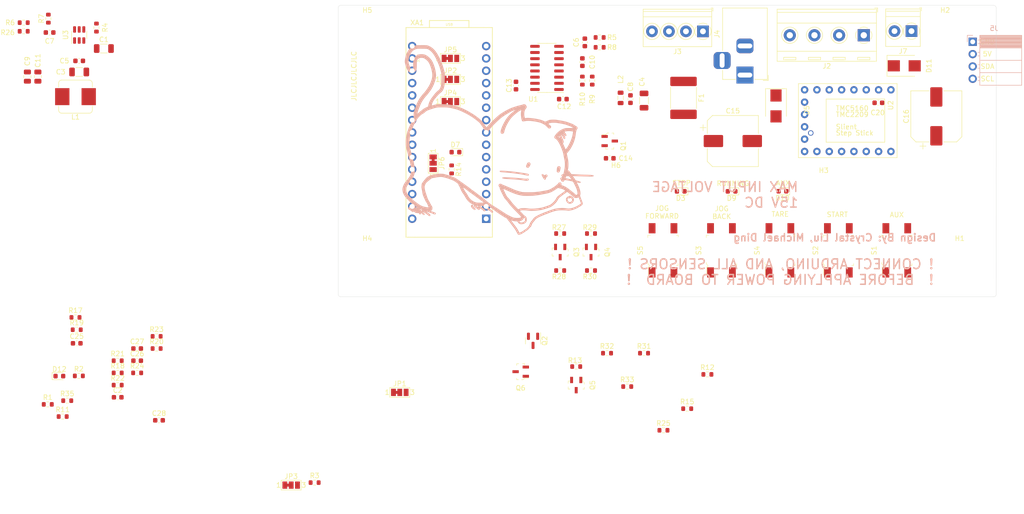
<source format=kicad_pcb>
(kicad_pcb (version 20211014) (generator pcbnew)
  (layers (0 "F.Cu" signal) (1 "In1.Cu" mixed) (2 "In2.Cu" mixed) (31 "B.Cu" signal) (34 "B.Paste" user) (35 "F.Paste" user) (36 "B.SilkS" user "B.Silkscreen") (37 "F.SilkS" user "F.Silkscreen") (38 "B.Mask" user) (39 "F.Mask" user) (44 "Edge.Cuts" user))
  (net 0 "")
  (net 1 "GND")
  (net 2 "Net-(C4-Pad1)")
  (net 3 "Net-(C6-Pad2)")
  (net 4 "Net-(C6-Pad1)")
  (net 5 "Net-(C7-Pad2)")
  (net 6 "Net-(C7-Pad1)")
  (net 7 "+5V")
  (net 8 "Net-(C10-Pad1)")
  (net 9 "Net-(C25-Pad1)")
  (net 10 "Net-(C26-Pad1)")
  (net 11 "Net-(C27-Pad1)")
  (net 12 "Net-(C28-Pad1)")
  (net 13 "/VIN_SENSE")
  (net 14 "Net-(D7-Pad2)")
  (net 15 "/SERVO_ENN")
  (net 16 "+12V")
  (net 17 "/TMC_SlientStepStick/OA1")
  (net 18 "/TMC_SlientStepStick/OA2")
  (net 19 "/TMC_SlientStepStick/OB1")
  (net 20 "/TMC_SlientStepStick/OB2")
  (net 21 "Net-(J3-Pad3)")
  (net 22 "Net-(J3-Pad2)")
  (net 23 "/LCD_SDA")
  (net 24 "/LCD_SCL")
  (net 25 "Net-(L2-Pad1)")
  (net 26 "Net-(Q1-Pad1)")
  (net 27 "/SERVO_ENN_ARDUINO")
  (net 28 "Net-(R1-Pad2)")
  (net 29 "Net-(R4-Pad2)")
  (net 30 "Net-(R10-Pad1)")
  (net 31 "/SERVO_UART_TX")
  (net 32 "/SERVO_UART_RX")
  (net 33 "/SERVO_DIAG")
  (net 34 "/BT0")
  (net 35 "/BT2")
  (net 36 "/BT1")
  (net 37 "/BT3")
  (net 38 "/LED0")
  (net 39 "/LED1")
  (net 40 "/LC_DT")
  (net 41 "/LC_SCK")
  (net 42 "/SERVO_DIR")
  (net 43 "/SERVO_STEP")
  (net 44 "Net-(C2-Pad1)")
  (net 45 "/BT4")
  (net 46 "Net-(D3-Pad2)")
  (net 47 "Net-(D9-Pad1)")
  (net 48 "Net-(D10-Pad1)")
  (net 49 "Net-(Q3-Pad3)")
  (net 50 "Net-(Q4-Pad3)")
  (net 51 "Net-(D12-Pad1)")
  (net 52 "Net-(R26-Pad2)")
  (net 53 "Net-(F1-Pad1)")
  (net 54 "Net-(J7-Pad1)")
  (net 55 "Net-(JP1-Pad1)")
  (net 56 "Net-(Q2-Pad3)")
  (net 57 "/TMC_SDI")
  (net 58 "/TMC_STEP")
  (net 59 "/TMC_SCK")
  (net 60 "Net-(JP3-Pad1)")
  (net 61 "/TMC_CS")
  (net 62 "/TMC_DIR")
  (net 63 "/TMC_SDO")
  (net 64 "Net-(JP6-Pad2)")
  (net 65 "/SERVO_INDEX")
  (net 66 "Net-(Q6-Pad1)")
  (net 73 "Net-(Q5-Pad2)")
  (footprint "TerminalBlock_RND:TerminalBlock_RND_205-00289_1x04_P5.08mm_Horizontal" (layer "F.Cu") (at 108.25 6.15 180)
    (fp_text reference "J2" (at 7.62 -6.36) (layer "F.SilkS"))
    (fp_text value "Stepper")
    (pad "1" thru_hole rect locked (at 0 0 180) (size 2.5 2.5) (drill 1.3) (layers *.Cu *.Mask) (net 18 "/TMC_SlientStepStick/OA2"))
    (pad "2" thru_hole circle locked (at 5.08 0 180) (size 2.5 2.5) (drill 1.3) (layers *.Cu *.Mask) (net 17 "/TMC_SlientStepStick/OA1"))
    (pad "3" thru_hole circle locked (at 10.16 0 180) (size 2.5 2.5) (drill 1.3) (layers *.Cu *.Mask) (net 19 "/TMC_SlientStepStick/OB1"))
    (pad "4" thru_hole circle locked (at 15.24 0 180) (size 2.5 2.5) (drill 1.3) (layers *.Cu *.Mask) (net 20 "/TMC_SlientStepStick/OB2"))
  )
  (footprint "Capacitor_SMD:C_0805_2012Metric" (layer "F.Cu") (at -61.8495 14.666 90)
    (fp_text reference "C11" (at 3.302 0 90) (layer "F.SilkS"))
    (fp_text value "22u")
    (pad "1" smd roundrect (at -0.95 0 90) (size 1 1.45) (layers "F.Cu" "F.Paste" "F.Mask") (net 7 "+5V"))
    (pad "2" smd roundrect (at 0.95 0 90) (size 1 1.45) (layers "F.Cu" "F.Paste" "F.Mask") (net 1 "GND"))
  )
  (footprint "Resistor_SMD:R_0603_1608Metric" (layer "F.Cu") (at -59.812 82.172)
    (fp_text reference "R1" (at 0 -1.43) (layer "F.SilkS"))
    (fp_text value "10K")
    (pad "1" smd roundrect (at -0.825 0) (size 0.8 0.95) (layers "F.Cu" "F.Paste" "F.Mask") (net 13 "/VIN_SENSE"))
    (pad "2" smd roundrect (at 0.825 0) (size 0.8 0.95) (layers "F.Cu" "F.Paste" "F.Mask") (net 28 "Net-(R1-Pad2)"))
  )
  (footprint "Resistor_SMD:R_0603_1608Metric" (layer "F.Cu") (at 62.992 71.628)
    (fp_text reference "R31" (at 0 -1.43) (layer "F.SilkS"))
    (fp_text value "10K")
    (pad "1" smd roundrect (at -0.825 0) (size 0.8 0.95) (layers "F.Cu" "F.Paste" "F.Mask") (net 7 "+5V"))
    (pad "2" smd roundrect (at 0.825 0) (size 0.8 0.95) (layers "F.Cu" "F.Paste" "F.Mask") (net 44 "Net-(C2-Pad1)"))
  )
  (footprint "Resistor_SMD:R_0603_1608Metric" (layer "F.Cu") (at 55.372 71.628)
    (fp_text reference "R32" (at 0 -1.43) (layer "F.SilkS"))
    (fp_text value "100R")
    (pad "1" smd roundrect (at -0.825 0) (size 0.8 0.95) (layers "F.Cu" "F.Paste" "F.Mask") (net 45 "/BT4"))
    (pad "2" smd roundrect (at 0.825 0) (size 0.8 0.95) (layers "F.Cu" "F.Paste" "F.Mask") (net 44 "Net-(C2-Pad1)"))
  )
  (footprint "Jumper:SolderJumper-3_P1.3mm_Bridged12_Pad1.0x1.5mm_NumberLabels" (layer "F.Cu") (at 19.558 32.512 -90)
    (fp_text reference "JP6" (at 0 -1.8 90) (layer "F.SilkS"))
    (fp_text value "Jumper_3_Bridged12")
    (fp_text user "1" (at -2.6 0 90) (layer "F.SilkS"))
    (fp_text user "3" (at 2.6 0 90) (layer "F.SilkS"))
    (fp_poly (pts (xy -0.9 -0.3) (xy -0.4 -0.3) (xy -0.4 0.3) (xy -0.9 0.3)) (layer "F.Cu") (width 0) (fill solid))
    (pad "1" smd rect (at -1.3 0 270) (size 1 1.5) (layers "F.Cu" "F.Mask") (net 33 "/SERVO_DIAG"))
    (pad "2" smd rect (at 0 0 270) (size 1 1.5) (layers "F.Cu" "F.Mask") (net 64 "Net-(JP6-Pad2)"))
    (pad "3" smd rect (at 1.3 0 270) (size 1 1.5) (layers "F.Cu" "F.Mask") (net 65 "/SERVO_INDEX"))
  )
  (footprint "Jumper:SolderJumper-3_P1.3mm_Bridged12_Pad1.0x1.5mm_NumberLabels" (layer "F.Cu") (at -9.682 98.806)
    (fp_text reference "JP3" (at 0 -1.8) (layer "F.SilkS"))
    (fp_text value "Jumper_3_Bridged12")
    (fp_text user "3" (at 2.6 0) (layer "F.SilkS"))
    (fp_text user "1" (at -2.6 0) (layer "F.SilkS"))
    (fp_poly (pts (xy -0.9 -0.3) (xy -0.4 -0.3) (xy -0.4 0.3) (xy -0.9 0.3)) (layer "F.Cu") (width 0) (fill solid))
    (pad "1" smd rect (at -1.3 0) (size 1 1.5) (layers "F.Cu" "F.Mask") (net 60 "Net-(JP3-Pad1)"))
    (pad "2" smd rect (at 0 0) (size 1 1.5) (layers "F.Cu" "F.Mask") (net 31 "/SERVO_UART_TX"))
    (pad "3" smd rect (at 1.3 0) (size 1 1.5) (layers "F.Cu" "F.Mask") (net 61 "/TMC_CS"))
  )
  (footprint "Capacitor_SMD:C_0603_1608Metric" (layer "F.Cu") (at -41.402 73.182)
    (fp_text reference "C26" (at 0 -1.43) (layer "F.SilkS"))
    (fp_text value "100n")
    (pad "1" smd roundrect (at -0.775 0) (size 0.9 0.95) (layers "F.Cu" "F.Paste" "F.Mask") (net 10 "Net-(C26-Pad1)"))
    (pad "2" smd roundrect (at 0.775 0) (size 0.9 0.95) (layers "F.Cu" "F.Paste" "F.Mask") (net 1 "GND"))
  )
  (footprint "Capacitor_SMD:C_0603_1608Metric" (layer "F.Cu") (at -36.902 85.456)
    (fp_text reference "C28" (at 0 -1.43) (layer "F.SilkS"))
    (fp_text value "100n")
    (pad "1" smd roundrect (at -0.775 0) (size 0.9 0.95) (layers "F.Cu" "F.Paste" "F.Mask") (net 12 "Net-(C28-Pad1)"))
    (pad "2" smd roundrect (at 0.775 0) (size 0.9 0.95) (layers "F.Cu" "F.Paste" "F.Mask") (net 1 "GND"))
  )
  (footprint "Capacitor_SMD:C_0603_1608Metric" (layer "F.Cu") (at -53.848 69.596)
    (fp_text reference "C25" (at 0 -1.43) (layer "F.SilkS"))
    (fp_text value "100n")
    (pad "1" smd roundrect (at -0.775 0) (size 0.9 0.95) (layers "F.Cu" "F.Paste" "F.Mask") (net 9 "Net-(C25-Pad1)"))
    (pad "2" smd roundrect (at 0.775 0) (size 0.9 0.95) (layers "F.Cu" "F.Paste" "F.Mask") (net 1 "GND"))
  )
  (footprint "Package_TO_SOT_SMD:SOT-23" (layer "F.Cu") (at 40.132 69.088 -90)
    (fp_text reference "Q2" (at 0 -2.4 90) (layer "F.SilkS"))
    (fp_text value "Q_PMOS_GSD")
    (pad "1" smd roundrect (at -0.9375 -0.95 270) (size 1.475 0.6) (layers "F.Cu" "F.Paste" "F.Mask") (net 15 "/SERVO_ENN"))
    (pad "2" smd roundrect (at -0.9375 0.95 270) (size 1.475 0.6) (layers "F.Cu" "F.Paste" "F.Mask") (net 7 "+5V"))
    (pad "3" smd roundrect (at 0.9375 0 270) (size 1.475 0.6) (layers "F.Cu" "F.Paste" "F.Mask") (net 56 "Net-(Q2-Pad3)"))
  )
  (footprint "Jumper:SolderJumper-3_P1.3mm_Bridged12_Pad1.0x1.5mm_NumberLabels" (layer "F.Cu") (at 23.114 19.812)
    (fp_text reference "JP4" (at 0 -1.8) (layer "F.SilkS"))
    (fp_text value "Jumper_3_Bridged12")
    (fp_text user "3" (at 2.6 0) (layer "F.SilkS"))
    (fp_text user "1" (at -2.6 0) (layer "F.SilkS"))
    (fp_poly (pts (xy -0.9 -0.3) (xy -0.4 -0.3) (xy -0.4 0.3) (xy -0.9 0.3)) (layer "F.Cu") (width 0) (fill solid))
    (pad "1" smd rect (at -1.3 0) (size 1 1.5) (layers "F.Cu" "F.Mask") (net 62 "/TMC_DIR"))
    (pad "2" smd rect (at 0 0) (size 1 1.5) (layers "F.Cu" "F.Mask") (net 42 "/SERVO_DIR"))
    (pad "3" smd rect (at 1.3 0) (size 1 1.5) (layers "F.Cu" "F.Mask") (net 63 "/TMC_SDO"))
  )
  (footprint "Capacitor_SMD:C_0603_1608Metric" (layer "F.Cu") (at 60.198 19.304 -90)
    (fp_text reference "C8" (at -2.54 0 90) (layer "F.SilkS"))
    (fp_text value "100n")
    (pad "1" smd roundrect (at -0.775 0 270) (size 0.9 0.95) (layers "F.Cu" "F.Paste" "F.Mask") (net 2 "Net-(C4-Pad1)"))
    (pad "2" smd roundrect (at 0.775 0 270) (size 0.9 0.95) (layers "F.Cu" "F.Paste" "F.Mask") (net 1 "GND"))
  )
  (footprint "Resistor_SMD:R_0603_1608Metric" (layer "F.Cu") (at -53.412 76.312)
    (fp_text reference "R2" (at 0 -1.43) (layer "F.SilkS"))
    (fp_text value "300K")
    (pad "1" smd roundrect (at -0.825 0) (size 0.8 0.95) (layers "F.Cu" "F.Paste" "F.Mask") (net 28 "Net-(R1-Pad2)"))
    (pad "2" smd roundrect (at 0.825 0) (size 0.8 0.95) (layers "F.Cu" "F.Paste" "F.Mask") (net 16 "+12V"))
  )
  (footprint "Capacitor_SMD:C_1206_3216Metric" (layer "F.Cu") (at -48.26 8.89)
    (fp_text reference "C1" (at 0 -1.85) (layer "F.SilkS"))
    (fp_text value "10u")
    (pad "1" smd roundrect (at -1.475 0) (size 1.15 1.8) (layers "F.Cu" "F.Paste" "F.Mask") (roundrect_rratio 0.217391) (net 16 "+12V"))
    (pad "2" smd roundrect (at 1.475 0) (size 1.15 1.8) (layers "F.Cu" "F.Paste" "F.Mask") (roundrect_rratio 0.217391) (net 1 "GND"))
  )
  (footprint "Capacitor_SMD:C_0603_1608Metric" (layer "F.Cu") (at -45.412 80.712)
    (fp_text reference "C2" (at 0 -1.43) (layer "F.SilkS"))
    (fp_text value "100n")
    (pad "1" smd roundrect (at -0.775 0) (size 0.9 0.95) (layers "F.Cu" "F.Paste" "F.Mask") (net 44 "Net-(C2-Pad1)"))
    (pad "2" smd roundrect (at 0.775 0) (size 0.9 0.95) (layers "F.Cu" "F.Paste" "F.Mask") (net 1 "GND"))
  )
  (footprint "Inductor_SMD:L_Bourns_SRP7028A_7.3x6.6mm" (layer "F.Cu") (at -54.102 18.796 180)
    (fp_text reference "L1" (at 0 -4.2) (layer "F.SilkS"))
    (fp_text value "3.3uH")
    (pad "1" smd rect (at -2.725 0 180) (size 2.95 3.5) (layers "F.Cu" "F.Paste" "F.Mask") (net 6 "Net-(C7-Pad1)"))
    (pad "2" smd rect (at 2.725 0 180) (size 2.95 3.5) (layers "F.Cu" "F.Paste" "F.Mask") (net 7 "+5V"))
  )
  (footprint "TerminalBlock_Phoenix:TerminalBlock_Phoenix_PT-1,5-4-3.5-H_1x04_P3.50mm_Horizontal" (layer "F.Cu") (at 75.125 5.35 180)
    (fp_text reference "J3" (at 5.25 -4.16) (layer "F.SilkS"))
    (fp_text value "LoadCell")
    (pad "1" thru_hole rect locked (at 0 0 180) (size 2.4 2.4) (drill 1.2) (layers *.Cu *.Mask) (net 1 "GND"))
    (pad "2" thru_hole circle locked (at 3.5 0 180) (size 2.4 2.4) (drill 1.2) (layers *.Cu *.Mask) (net 22 "Net-(J3-Pad2)"))
    (pad "3" thru_hole circle locked (at 7 0 180) (size 2.4 2.4) (drill 1.2) (layers *.Cu *.Mask) (net 21 "Net-(J3-Pad3)"))
    (pad "4" thru_hole circle locked (at 10.5 0 180) (size 2.4 2.4) (drill 1.2) (layers *.Cu *.Mask) (net 2 "Net-(C4-Pad1)"))
  )
  (footprint "Resistor_SMD:R_0603_1608Metric" (layer "F.Cu") (at -64.77 5.334)
    (fp_text reference "R26" (at -3.302 0.254) (layer "F.SilkS"))
    (fp_text value "110K")
    (pad "1" smd roundrect (at -0.825 0) (size 0.8 0.95) (layers "F.Cu" "F.Paste" "F.Mask") (net 7 "+5V"))
    (pad "2" smd roundrect (at 0.825 0) (size 0.8 0.95) (layers "F.Cu" "F.Paste" "F.Mask") (net 52 "Net-(R26-Pad2)"))
  )
  (footprint "Resistor_SMD:R_0603_1608Metric" (layer "F.Cu") (at -37.392 68.162)
    (fp_text reference "R23" (at 0 -1.43) (layer "F.SilkS"))
    (fp_text value "100R")
    (pad "1" smd roundrect (at -0.825 0) (size 0.8 0.95) (layers "F.Cu" "F.Paste" "F.Mask") (net 36 "/BT1"))
    (pad "2" smd roundrect (at 0.825 0) (size 0.8 0.95) (layers "F.Cu" "F.Paste" "F.Mask") (net 11 "Net-(C27-Pad1)"))
  )
  (footprint "LED_SMD:LED_0603_1608Metric" (layer "F.Cu") (at -57.422 76.352)
    (fp_text reference "D12" (at 0 -1.43) (layer "F.SilkS"))
    (fp_text value "YEL")
    (pad "1" smd roundrect (at -0.7875 0) (size 0.875 0.95) (layers "F.Cu" "F.Paste" "F.Mask") (net 51 "Net-(D12-Pad1)"))
    (pad "2" smd roundrect (at 0.7875 0) (size 0.875 0.95) (layers "F.Cu" "F.Paste" "F.Mask") (net 7 "+5V"))
  )
  (footprint "MountingHole:MountingHole_4mm" (layer "F.Cu") (at 100 39)
    (fp_text reference "H3" (at 0 -5) (layer "F.SilkS"))
    (fp_text value "MountingHole")
    (pad "" np_thru_hole circle locked (at 0 0) (size 4 4) (drill 4) (layers *.Cu *.Mask))
  )
  (footprint "digikey-footprints:SOT-23-3" (layer "F.Cu") (at 37.592 75.438 180)
    (fp_text reference "Q6" (at 0.025 -3.375) (layer "F.SilkS"))
    (fp_text value "2N7002")
    (pad "1" smd rect locked (at -1.05 -0.95 180) (size 1.3 0.6) (layers "F.Cu" "F.Paste" "F.Mask") (net 66 "Net-(Q6-Pad1)"))
    (pad "2" smd rect locked (at -1.05 0.95 180) (size 1.3 0.6) (layers "F.Cu" "F.Paste" "F.Mask") (net 1 "GND"))
    (pad "3" smd rect locked (at 1.05 0 180) (size 1.3 0.6) (layers "F.Cu" "F.Paste" "F.Mask") (net 73 "Net-(Q5-Pad2)"))
  )
  (footprint "LED_SMD:LED_0603_1608Metric" (layer "F.Cu") (at 24.1555 30.226 180)
    (fp_text reference "D7" (at 0.0255 1.524) (layer "F.SilkS"))
    (fp_text value "RED")
    (pad "1" smd roundrect (at -0.7875 0 180) (size 0.875 0.95) (layers "F.Cu" "F.Paste" "F.Mask") (net 1 "GND"))
    (pad "2" smd roundrect (at 0.7875 0 180) (size 0.875 0.95) (layers "F.Cu" "F.Paste" "F.Mask") (net 14 "Net-(D7-Pad2)"))
  )
  (footprint "digikey-footprints:SOT-23-3" (layer "F.Cu") (at 52.07 50.8 -90)
    (fp_text reference "Q4" (at 0.025 -3.375 90) (layer "F.SilkS"))
    (fp_text value "2N7002")
    (pad "1" smd rect locked (at -1.05 -0.95 270) (size 1.3 0.6) (layers "F.Cu" "F.Paste" "F.Mask") (net 39 "/LED1"))
    (pad "2" smd rect locked (at -1.05 0.95 270) (size 1.3 0.6) (layers "F.Cu" "F.Paste" "F.Mask") (net 1 "GND"))
    (pad "3" smd rect locked (at 1.05 0 270) (size 1.3 0.6) (layers "F.Cu" "F.Paste" "F.Mask") (net 50 "Net-(Q4-Pad3)"))
  )
  (footprint "digikey-footprints:Switch_Tactile_SMD_6x6mm" (layer "F.Cu") (at 66.9 50.45 90)
    (fp_text reference "S5" (at -0.03 -4.69 90) (layer "F.SilkS"))
    (fp_text value "B3F-1000")
    (pad "1" smd rect locked (at -4.55 -2.25) (size 1.4 2.1) (layers "F.Cu" "F.Paste" "F.Mask"))
    (pad "2" smd rect locked (at 4.55 -2.25) (size 1.4 2.1) (layers "F.Cu" "F.Paste" "F.Mask") (net 1 "GND"))
    (pad "3" smd rect locked (at -4.55 2.25) (size 1.4 2.1) (layers "F.Cu" "F.Paste" "F.Mask") (net 12 "Net-(C28-Pad1)"))
    (pad "4" smd rect locked (at 4.55 2.25) (size 1.4 2.1) (layers "F.Cu" "F.Paste" "F.Mask"))
  )
  (footprint "Resistor_SMD:R_0603_1608Metric" (layer "F.Cu") (at 23.368 33.782 -90)
    (fp_text reference "R14" (at 0 -1.43 90) (layer "F.SilkS"))
    (fp_text value "200R/1%")
    (pad "1" smd roundrect (at -0.825 0 270) (size 0.8 0.95) (layers "F.Cu" "F.Paste" "F.Mask") (net 14 "Net-(D7-Pad2)"))
    (pad "2" smd roundrect (at 0.825 0 270) (size 0.8 0.95) (layers "F.Cu" "F.Paste" "F.Mask") (net 64 "Net-(JP6-Pad2)"))
  )
  (footprint "Resistor_SMD:R_0603_1608Metric" (layer "F.Cu") (at 50.292 15.494 -90)
    (fp_text reference "R10" (at 3.81 0 90) (layer "F.SilkS"))
    (fp_text value "20K")
    (pad "1" smd roundrect (at -0.825 0 270) (size 0.8 0.95) (layers "F.Cu" "F.Paste" "F.Mask") (net 30 "Net-(R10-Pad1)"))
    (pad "2" smd roundrect (at 0.825 0 270) (size 0.8 0.95) (layers "F.Cu" "F.Paste" "F.Mask") (net 25 "Net-(L2-Pad1)"))
  )
  (footprint "Capacitor_SMD:C_0603_1608Metric" (layer "F.Cu") (at 50.292 11.684 -90)
    (fp_text reference "C10" (at 0 -2.032 90) (layer "F.SilkS"))
    (fp_text value "100n")
    (pad "1" smd roundrect (at -0.775 0 270) (size 0.9 0.95) (layers "F.Cu" "F.Paste" "F.Mask") (net 8 "Net-(C10-Pad1)"))
    (pad "2" smd roundrect (at 0.775 0 270) (size 0.9 0.95) (layers "F.Cu" "F.Paste" "F.Mask") (net 1 "GND"))
  )
  (footprint "Resistor_SMD:R_0603_1608Metric" (layer "F.Cu") (at 45.72 46.99 180)
    (fp_text reference "R27" (at 0.237258 1.27) (layer "F.SilkS"))
    (fp_text value "10K")
    (pad "1" smd roundrect (at -0.825 0 180) (size 0.8 0.95) (layers "F.Cu" "F.Paste" "F.Mask") (net 38 "/LED0"))
    (pad "2" smd roundrect (at 0.825 0 180) (size 0.8 0.95) (layers "F.Cu" "F.Paste" "F.Mask") (net 1 "GND"))
  )
  (footprint "Resistor_SMD:R_0603_1608Metric" (layer "F.Cu") (at -64.77 3.556)
    (fp_text reference "R6" (at -2.794 0) (layer "F.SilkS"))
    (fp_text value "110K")
    (pad "1" smd roundrect (at -0.825 0) (size 0.8 0.95) (layers "F.Cu" "F.Paste" "F.Mask") (net 7 "+5V"))
    (pad "2" smd roundrect (at 0.825 0) (size 0.8 0.95) (layers "F.Cu" "F.Paste" "F.Mask") (net 52 "Net-(R26-Pad2)"))
  )
  (footprint "MountingHole:MountingHole_4mm" (layer "F.Cu") (at 57.2008 37.9476)
    (fp_text reference "H6" (at 0 -5) (layer "F.SilkS"))
    (fp_text value "MountingHole")
    (pad "" np_thru_hole circle locked (at 0 0) (size 4 4) (drill 4) (layers *.Cu *.Mask))
  )
  (footprint "Jumper:SolderJumper-3_P1.3mm_Bridged12_Pad1.0x1.5mm_NumberLabels" (layer "F.Cu") (at 23.114 10.922)
    (fp_text reference "JP5" (at 0 -1.8) (layer "F.SilkS"))
    (fp_text value "Jumper_3_Bridged12")
    (fp_text user "3" (at 2.6 0) (layer "F.SilkS"))
    (fp_text user "1" (at -2.6 0) (layer "F.SilkS"))
    (fp_poly (pts (xy -0.9 -0.3) (xy -0.4 -0.3) (xy -0.4 0.3) (xy -0.9 0.3)) (layer "F.Cu") (width 0) (fill solid))
    (pad "1" smd rect (at -1.3 0) (size 1 1.5) (layers "F.Cu" "F.Mask") (net 63 "/TMC_SDO"))
    (pad "2" smd rect (at 0 0) (size 1 1.5) (layers "F.Cu" "F.Mask") (net 55 "Net-(JP1-Pad1)"))
    (pad "3" smd rect (at 1.3 0) (size 1 1.5) (layers "F.Cu" "F.Mask") (net 59 "/TMC_SCK"))
  )
  (footprint "Resistor_SMD:R_0603_1608Metric" (layer "F.Cu") (at -45.412 73.182)
    (fp_text reference "R21" (at 0 -1.43) (layer "F.SilkS"))
    (fp_text value "10K")
    (pad "1" smd roundrect (at -0.825 0) (size 0.8 0.95) (layers "F.Cu" "F.Paste" "F.Mask") (net 7 "+5V"))
    (pad "2" smd roundrect (at 0.825 0) (size 0.8 0.95) (layers "F.Cu" "F.Paste" "F.Mask") (net 11 "Net-(C27-Pad1)"))
  )
  (footprint "MountingHole:MountingHole_4mm" (layer "F.Cu") (at 6 53)
    (fp_text reference "H4" (at 0 -5) (layer "F.SilkS"))
    (fp_text value "MountingHole")
    (pad "" np_thru_hole circle locked (at 0 0) (size 4 4) (drill 4) (layers *.Cu *.Mask))
  )
  (footprint "Capacitor_SMD:CP_Elec_10x10" (layer "F.Cu") (at 123.19 22.86 90)
    (fp_text reference "C16" (at 0 -6.2 90) (layer "F.SilkS"))
    (fp_text value "330u")
    (pad "1" smd roundrect (at -4 0 90) (size 4 2.5) (layers "F.Cu" "F.Paste" "F.Mask") (roundrect_rratio 0.1) (net 16 "+12V"))
    (pad "2" smd roundrect (at 4 0 90) (size 4 2.5) (layers "F.Cu" "F.Paste" "F.Mask") (roundrect_rratio 0.1) (net 1 "GND"))
  )
  (footprint "Resistor_SMD:R_0603_1608Metric" (layer "F.Cu") (at -55.802 81.412)
    (fp_text reference "R35" (at 0 -1.43) (layer "F.SilkS"))
    (fp_text value "200R/1%")
    (pad "1" smd roundrect (at -0.825 0) (size 0.8 0.95) (layers "F.Cu" "F.Paste" "F.Mask") (net 1 "GND"))
    (pad "2" smd roundrect (at 0.825 0) (size 0.8 0.95) (layers "F.Cu" "F.Paste" "F.Mask") (net 51 "Net-(D12-Pad1)"))
  )
  (footprint "Resistor_SMD:R_0603_1608Metric" (layer "F.Cu") (at -45.412 75.692)
    (fp_text reference "R18" (at 0 -1.43) (layer "F.SilkS"))
    (fp_text value "10K")
    (pad "1" smd roundrect (at -0.825 0) (size 0.8 0.95) (layers "F.Cu" "F.Paste" "F.Mask") (net 7 "+5V"))
    (pad "2" smd roundrect (at 0.825 0) (size 0.8 0.95) (layers "F.Cu" "F.Paste" "F.Mask") (net 10 "Net-(C26-Pad1)"))
  )
  (footprint "MMTK:TMCC2209_Module_copy" (layer "F.Cu") (at 113.84 17.39 -90)
    (fp_text reference "U2" (at 3.184 0.048 90) (layer "F.SilkS"))
    (fp_text value "TMC5160_Module")
    (fp_text user "TMC5160" (at 3.81 11.43) (layer "F.SilkS") (effects (justify left)))
    (fp_text user "TMC2209" (at 5.08 11.43) (layer "F.SilkS") (effects (justify left)))
    (fp_text user "Slient" (at 7.62 11.43) (layer "F.SilkS") (effects (justify left)))
    (fp_text user "Step Stick" (at 8.89 11.43) (layer "F.SilkS") (effects (justify left)))
    (pad "1" thru_hole circle (at 0 0 270) (size 1.524 1.524) (drill 0.762) (layers *.Cu *.Mask) (net 1 "GND"))
    (pad "2" thru_hole circle (at 0 2.54 270) (size 1.524 1.524) (drill 0.762) (layers *.Cu *.Mask) (net 7 "+5V"))
    (pad "3" thru_hole circle (at 0 5.08 270) (size 1.524 1.524) (drill 0.762) (layers *.Cu *.Mask) (net 20 "/TMC_SlientStepStick/OB2"))
    (pad "4" thru_hole circle (at 0 7.62 270) (size 1.524 1.524) (drill 0.762) (layers *.Cu *.Mask) (net 19 "/TMC_SlientStepStick/OB1"))
    (pad "5" thru_hole circle (at 0 10.16 270) (size 1.524 1.524) (drill 0.762) (layers *.Cu *.Mask) (net 17 "/TMC_SlientStepStick/OA1"))
    (pad "6" thru_hole circle (at 0 12.7 270) (size 1.524 1.524) (drill 0.762) (layers *.Cu *.Mask) (net 18 "/TMC_SlientStepStick/OA2"))
    (pad "7" thru_hole circle (at 0 15.24 270) (size 1.524 1.524) (drill 0.762) (layers *.Cu *.Mask) (net 1 "GND"))
    (pad "8" thru_hole circle (at 0 17.78 270) (size 1.524 1.524) (drill 0.762) (layers *.Cu *.Mask) (net 16 "+12V"))
    (pad "9" thru_hole circle (at 12.7 0 270) (size 1.524 1.524) (drill 0.762) (layers *.Cu *.Mask) (net 62 "/TMC_DIR"))
    (pad "10" thru_hole circle (at 12.7 2.54 270) (size 1.524 1.524) (drill 0.762) (layers *.Cu *.Mask) (net 58 "/TMC_STEP"))
    (pad "11" thru_hole circle (at 12.7 5.08 270) (size 1.524 1.524) (drill 0.762) (layers *.Cu *.Mask) (net 59 "/TMC_SCK"))
    (pad "12" thru_hole circle (at 12.7 7.62 270) (size 1.524 1.524) (drill 0.762) (layers *.Cu *.Mask) (net 63 "/TMC_SDO"))
    (pad "13" thru_hole circle (at 12.7 10.16 270) (size 1.524 1.524) (drill 0.762) (layers *.Cu *.Mask) (net 61 "/TMC_CS"))
    (pad "14" thru_hole circle (at 12.7 12.7 270) (size 1.524 1.524) (drill 0.762) (layers *.Cu *.Mask) (net 59 "/TMC_SCK"))
    (pad "15" thru_hole circle (at 12.7 15.24 270) (size 1.524 1.524) (drill 0.762) (layers *.Cu *.Mask) (net 57 "/TMC_SDI"))
    (pad "16" thru_hole circle (at 12.7 17.78 270) (size 1.524 1.524) (drill 0.762) (layers *.Cu *.Mask) (net 15 "/SERVO_ENN"))
    (pad "17" thru_hole circle (at 2.54 17.78 270) (size 1.524 1.524) (drill 0.762) (layers *.Cu *.Mask))
    (pad "18" thru_hole circle (at 5.08 17.78 270) (size 1.524 1.524) (drill 0.762) (layers *.Cu *.Mask))
    (pad "19" thru_hole circle (at 7.62 17.78 270) (size 1.524 1.524) (drill 0.762) (layers *.Cu *.Mask) (net 33 "/SERVO_DIAG"))
    (pad "20" thru_hole circle (at 10.16 17.78 270) (size 1.524 1.524) (drill 0.762) (layers *.Cu *.Mask) (net 65 "/SERVO_INDEX"))
    (pad "21" thru_hole circle (at 8.89 16.51 270) (size 1.1 1.1) (drill 0.762) (layers *.Cu *.Mask))
  )
  (footprint "Capacitor_SMD:CP_Elec_10x10" (layer "F.Cu") (at 81.28 27.94)
    (fp_text reference "C15" (at 0 -6.2) (layer "F.SilkS"))
    (fp_text value "330u")
    (pad "1" smd roundrect (at -4 0) (size 4 2.5) (layers "F.Cu" "F.Paste" "F.Mask") (roundrect_rratio 0.1) (net 16 "+12V"))
    (pad "2" smd roundrect (at 4 0) (size 4 2.5) (layers "F.Cu" "F.Paste" "F.Mask") (roundrect_rratio 0.1) (net 1 "GND"))
  )
  (footprint "Resistor_SMD:R_0603_1608Metric" (layer "F.Cu") (at 53.848 6.604)
    (fp_text reference "R5" (at 2.54 0) (layer "F.SilkS"))
    (fp_text value "100R")
    (pad "1" smd roundrect (at -0.825 0) (size 0.8 0.95) (layers "F.Cu" "F.Paste" "F.Mask") (net 4 "Net-(C6-Pad1)"))
    (pad "2" smd roundrect (at 0.825 0) (size 0.8 0.95) (layers "F.Cu" "F.Paste" "F.Mask") (net 21 "Net-(J3-Pad3)"))
  )
  (footprint "Capacitor_SMD:C_0603_1608Metric" (layer "F.Cu") (at 46.2745 19.304)
    (fp_text reference "C12" (at 0.254 1.524) (layer "F.SilkS"))
    (fp_text value "100n")
    (pad "1" smd roundrect (at -0.775 0) (size 0.9 0.95) (layers "F.Cu" "F.Paste" "F.Mask") (net 7 "+5V"))
    (pad "2" smd roundrect (at 0.775 0) (size 0.9 0.95) (layers "F.Cu" "F.Paste" "F.Mask") (net 1 "GND"))
  )
  (footprint "Resistor_SMD:R_0603_1608Metric" (layer "F.Cu") (at -56.742 84.682)
    (fp_text reference "R11" (at 0 -1.43) (layer "F.SilkS"))
    (fp_text value "110K")
    (pad "1" smd roundrect (at -0.825 0) (size 0.8 0.95) (layers "F.Cu" "F.Paste" "F.Mask") (net 28 "Net-(R1-Pad2)"))
    (pad "2" smd roundrect (at 0.825 0) (size 0.8 0.95) (layers "F.Cu" "F.Paste" "F.Mask") (net 1 "GND"))
  )
  (footprint "MountingHole:MountingHole_4mm" (layer "F.Cu") (at 125 6)
    (fp_text reference "H2" (at 0 -5) (layer "F.SilkS"))
    (fp_text value "MountingHole")
    (pad "" np_thru_hole circle locked (at 0 0) (size 4 4) (drill 4) (layers *.Cu *.Mask))
  )
  (footprint "Resistor_SMD:R_0603_1608Metric" (layer "F.Cu") (at 59.532 78.508)
    (fp_text reference "R33" (at 0 -1.43) (layer "F.SilkS"))
    (fp_text value "20K")
    (pad "1" smd roundrect (at -0.825 0) (size 0.8 0.95) (layers "F.Cu" "F.Paste" "F.Mask") (net 15 "/SERVO_ENN"))
    (pad "2" smd roundrect (at 0.825 0) (size 0.8 0.95) (layers "F.Cu" "F.Paste" "F.Mask") (net 7 "+5V"))
  )
  (footprint "Capacitor_SMD:C_0603_1608Metric" (layer "F.Cu") (at -59.436 5.588)
    (fp_text reference "C7" (at 0 1.778) (layer "F.SilkS"))
    (fp_text value "100n")
    (pad "1" smd roundrect (at -0.775 0) (size 0.9 0.95) (layers "F.Cu" "F.Paste" "F.Mask") (net 6 "Net-(C7-Pad1)"))
    (pad "2" smd roundrect (at 0.775 0) (size 0.9 0.95) (layers "F.Cu" "F.Paste" "F.Mask") (net 5 "Net-(C7-Pad2)"))
  )
  (footprint "LED_SMD:LED_0603_1608Metric" (layer "F.Cu") (at 81.025 38.3 180)
    (fp_text reference "D9" (at 0 -1.43) (layer "F.SilkS"))
    (fp_text value "GRN")
    (pad "1" smd roundrect locked (at -0.7875 0 180) (size 0.875 0.95) (layers "F.Cu" "F.Paste" "F.Mask") (net 47 "Net-(D9-Pad1)"))
    (pad "2" smd roundrect locked (at 0.7875 0 180) (size 0.875 0.95) (layers "F.Cu" "F.Paste" "F.Mask") (net 7 "+5V"))
  )
  (footprint "Resistor_SMD:R_0603_1608Metric" (layer "F.Cu") (at 53.848 8.636)
    (fp_text reference "R8" (at 2.54 0) (layer "F.SilkS"))
    (fp_text value "100R")
    (pad "1" smd roundrect (at -0.825 0) (size 0.8 0.95) (layers "F.Cu" "F.Paste" "F.Mask") (net 3 "Net-(C6-Pad2)"))
    (pad "2" smd roundrect (at 0.825 0) (size 0.8 0.95) (layers "F.Cu" "F.Paste" "F.Mask") (net 22 "Net-(J3-Pad2)"))
  )
  (footprint "digikey-footprints:SOT-23-3" (layer "F.Cu") (at 45.72 50.8 -90)
    (fp_text reference "Q3" (at 0.025 -3.375 90) (layer "F.SilkS"))
    (fp_text value "2N7002")
    (pad "1" smd rect locked (at -1.05 -0.95 270) (size 1.3 0.6) (layers "F.Cu" "F.Paste" "F.Mask") (net 38 "/LED0"))
    (pad "2" smd rect locked (at -1.05 0.95 270) (size 1.3 0.6) (layers "F.Cu" "F.Paste" "F.Mask") (net 1 "GND"))
    (pad "3" smd rect locked (at 1.05 0 270) (size 1.3 0.6) (layers "F.Cu" "F.Paste" "F.Mask") (net 49 "Net-(Q3-Pad3)"))
  )
  (footprint "TerminalBlock_Phoenix:TerminalBlock_Phoenix_PT-1,5-2-3.5-H_1x02_P3.50mm_Horizontal" (layer "F.Cu") (at 118.075 5.3 180)
    (fp_text reference "J7" (at 1.75 -4.16) (layer "F.SilkS"))
    (fp_text value "ESTOP_SOFT")
    (pad "1" thru_hole rect locked (at 0 0 180) (size 2.4 2.4) (drill 1.2) (layers *.Cu *.Mask) (net 54 "Net-(J7-Pad1)"))
    (pad "2" thru_hole circle locked (at 3.5 0 180) (size 2.4 2.4) (drill 1.2) (layers *.Cu *.Mask) (net 15 "/SERVO_ENN"))
  )
  (footprint "Resistor_SMD:R_0603_1608Metric" (layer "F.Cu") (at -54.102 64.262)
    (fp_text reference "R17" (at 0 -1.43) (layer "F.SilkS"))
    (fp_text value "10K")
    (pad "1" smd roundrect (at -0.825 0) (size 0.8 0.95) (layers "F.Cu" "F.Paste" "F.Mask") (net 7 "+5V"))
    (pad "2" smd roundrect (at 0.825 0) (size 0.8 0.95) (layers "F.Cu" "F.Paste" "F.Mask") (net 9 "Net-(C25-Pad1)"))
  )
  (footprint "Capacitor_SMD:C_1206_3216Metric" (layer "F.Cu") (at -53.34 13.716 180)
    (fp_text reference "C3" (at 3.81 0) (layer "F.SilkS"))
    (fp_text value "10u")
    (pad "1" smd roundrect (at -1.475 0 180) (size 1.15 1.8) (layers "F.Cu" "F.Paste" "F.Mask") (roundrect_rratio 0.217391) (net 16 "+12V"))
    (pad "2" smd roundrect (at 1.475 0 180) (size 1.15 1.8) (layers "F.Cu" "F.Paste" "F.Mask") (roundrect_rratio 0.217391) (net 1 "GND"))
  )
  (footprint "digikey-footprints:Switch_Tactile_SMD_6x6mm" (layer "F.Cu") (at 103.0125 50.45 90)
    (fp_text reference "S2" (at -0.03 -4.69 90) (layer "F.SilkS"))
    (fp_text value "B3F-1000")
    (pad "1" smd rect locked (at -4.55 -2.25) (size 1.4 2.1) (layers "F.Cu" "F.Paste" "F.Mask"))
    (pad "2" smd rect locked (at 4.55 -2.25) (size 1.4 2.1) (layers "F.Cu" "F.Paste" "F.Mask") (net 1 "GND"))
    (pad "3" smd rect locked (at -4.55 2.25) (size 1.4 2.1) (layers "F.Cu" "F.Paste" "F.Mask") (net 9 "Net-(C25-Pad1)"))
    (pad "4" smd rect locked (at 4.55 2.25) (size 1.4 2.1) (layers "F.Cu" "F.Paste" "F.Mask"))
  )
  (footprint "Diode_SMD:D_SMB" (layer "F.Cu") (at 90.17 20.71 -90)
    (fp_text reference "D5" (at 0.88 -6.35 90) (layer "F.SilkS"))
    (fp_text value "SMB15A")
    (pad "1" smd rect (at -2.15 0 270) (size 2.5 2.3) (layers "F.Cu" "F.Paste" "F.Mask") (net 16 "+12V"))
    (pad "2" smd rect (at 2.15 0 270) (size 2.5 2.3) (layers "F.Cu" "F.Paste" "F.Mask") (net 1 "GND"))
  )
  (footprint "Diode_SMD:D_SMB" (layer "F.Cu") (at 116.586 12.446)
    (fp_text reference "D11" (at 5.08 0 90) (layer "F.SilkS"))
    (fp_text value "SMBJ5A")
    (pad "1" smd rect (at -2.15 0) (size 2.5 2.3) (layers "F.Cu" "F.Paste" "F.Mask") (net 7 "+5V"))
    (pad "2" smd rect (at 2.15 0) (size 2.5 2.3) (layers "F.Cu" "F.Paste" "F.Mask") (net 1 "GND"))
  )
  (footprint "Capacitor_SMD:C_0603_1608Metric" (layer "F.Cu") (at 36.6225 16.51 90)
    (fp_text reference "C13" (at 0 -1.43 90) (layer "F.SilkS"))
    (fp_text value "100n")
    (pad "1" smd roundrect (at -0.775 0 90) (size 0.9 0.95) (layers "F.Cu" "F.Paste" "F.Mask") (net 7 "+5V"))
    (pad "2" smd roundrect (at 0.775 0 90) (size 0.9 0.95) (layers "F.Cu" "F.Paste" "F.Mask") (net 1 "GND"))
  )
  (footprint "digikey-footprints:Switch_Tactile_SMD_6x6mm" (layer "F.Cu") (at 78.9375 50.45 90)
    (fp_text reference "S3" (at -0.03 -4.69 90) (layer "F.SilkS"))
    (fp_text value "B3F-1000")
    (pad "1" smd rect locked (at -4.55 -2.25) (size 1.4 2.1) (layers "F.Cu" "F.Paste" "F.Mask"))
    (pad "2" smd rect locked (at 4.55 -2.25) (size 1.4 2.1) (layers "F.Cu" "F.Paste" "F.Mask") (net 1 "GND"))
    (pad "3" smd rect locked (at -4.55 2.25) (size 1.4 2.1) (layers "F.Cu" "F.Paste" "F.Mask") (net 10 "Net-(C26-Pad1)"))
    (pad "4" smd rect locked (at 4.55 2.25) (size 1.4 2.1) (layers "F.Cu" "F.Paste" "F.Mask"))
  )
  (footprint "Package_TO_SOT_SMD:SOT-23-6" (layer "F.Cu") (at -53.34 6.096 90)
    (fp_text reference "U3" (at 0 -2.794 90) (layer "F.SilkS"))
    (fp_text value "TPS562200")
    (pad "1" smd roundrect (at -1.1375 -0.95 90) (size 1.325 0.6) (layers "F.Cu" "F.Paste" "F.Mask") (net 1 "GND"))
    (pad "2" smd roundrect (at -1.1375 0 90) (size 1.325 0.6) (layers "F.Cu" "F.Paste" "F.Mask") (net 6 "Net-(C7-Pad1)"))
    (pad "3" smd roundrect (at -1.1375 0.95 90) (size 1.325 0.6) (layers "F.Cu" "F.Paste" "F.Mask") (net 16 "+12V"))
    (pad "4" smd roundrect (at 1.1375 0.95 90) (size 1.325 0.6) (layers "F.Cu" "F.Paste" "F.Mask") (net 52 "Net-(R26-Pad2)"))
    (pad "5" smd roundrect (at 1.1375 0 90) (size 1.325 0.6) (layers "F.Cu" "F.Paste" "F.Mask") (net 29 "Net-(R4-Pad2)"))
    (pad "6" smd roundrect (at 1.1375 -0.95 90) (size 1.325 0.6) (layers "F.Cu" "F.Paste" "F.Mask") (net 5 "Net-(C7-Pad2)"))
  )
  (footprint "Resistor_SMD:R_0603_1608Metric" (layer "F.Cu") (at 45.72 54.61)
    (fp_text reference "R28" (at -0.237258 1.27) (layer "F.SilkS"))
    (fp_text value "200R/1%")
    (pad "1" smd roundrect (at -0.825 0) (size 0.8 0.95) (layers "F.Cu" "F.Paste" "F.Mask") (net 49 "Net-(Q3-Pad3)"))
    (pad "2" smd roundrect (at 0.825 0) (size 0.8 0.95) (layers "F.Cu" "F.Paste" "F.Mask") (net 47 "Net-(D9-Pad1)"))
  )
  (footprint "Resistor_SMD:R_0603_1608Metric" (layer "F.Cu") (at 66.992 87.508)
    (fp_text reference "R25" (at 0 -1.43) (layer "F.SilkS"))
    (fp_text value "200R/1%")
    (pad "1" smd roundrect (at -0.825 0) (size 0.8 0.95) (layers "F.Cu" "F.Paste" "F.Mask") (net 46 "Net-(D3-Pad2)"))
    (pad "2" smd roundrect (at 0.825 0) (size 0.8 0.95) (layers "F.Cu" "F.Paste" "F.Mask") (net 56 "Net-(Q2-Pad3)"))
  )
  (footprint "Resistor_SMD:R_0603_1608Metric" (layer "F.Cu") (at -37.392 70.672)
    (fp_text reference "R20" (at 0 -1.43) (layer "F.SilkS"))
    (fp_text value "100R")
    (pad "1" smd roundrect (at -0.825 0) (size 0.8 0.95) (layers "F.Cu" "F.Paste" "F.Mask") (net 35 "/BT2"))
    (pad "2" smd roundrect (at 0.825 0) (size 0.8 0.95) (layers "F.Cu" "F.Paste" "F.Mask") (net 10 "Net-(C26-Pad1)"))
  )
  (footprint "Resistor_SMD:R_0603_1608Metric" (layer "F.Cu") (at 71.882 83.058)
    (fp_text reference "R15" (at 0 -1.43) (layer "F.SilkS"))
    (fp_text value "300K")
    (pad "1" smd roundrect (at -0.825 0) (size 0.8 0.95) (layers "F.Cu" "F.Paste" "F.Mask") (net 66 "Net-(Q6-Pad1)"))
    (pad "2" smd roundrect (at 0.825 0) (size 0.8 0.95) (layers "F.Cu" "F.Paste" "F.Mask") (net 1 "GND"))
  )
  (footprint "Resistor_SMD:R_0603_1608Metric" (layer "F.Cu") (at -41.402 75.692)
    (fp_text reference "R24" (at 0 -1.43) (layer "F.SilkS"))
    (fp_text value "100R")
    (pad "1" smd roundrect (at -0.825 0) (size 0.8 0.95) (layers "F.Cu" "F.Paste" "F.Mask") (net 37 "/BT3"))
    (pad "2" smd roundrect (at 0.825 0) (size 0.8 0.95) (layers "F.Cu" "F.Paste" "F.Mask") (net 12 "Net-(C28-Pad1)"))
  )
  (footprint "Capacitor_SMD:C_0603_1608Metric" (layer "F.Cu") (at -41.402 70.672)
    (fp_text reference "C27" (at 0 -1.43) (layer "F.SilkS"))
    (fp_text value "100n")
    (pad "1" smd roundrect (at -0.775 0) (size 0.9 0.95) (layers "F.Cu" "F.Paste" "F.Mask") (net 11 "Net-(C27-Pad1)"))
    (pad "2" smd roundrect (at 0.775 0) (size 0.9 0.95) (layers "F.Cu" "F.Paste" "F.Mask") (net 1 "GND"))
  )
  (footprint "Jumper:SolderJumper-3_P1.3mm_Bridged12_Pad1.0x1.5mm_NumberLabels" (layer "F.Cu") (at 12.688 79.706)
    (fp_text reference "JP1" (at 0 -1.8) (layer "F.SilkS"))
    (fp_text value "Jumper_3_Bridged12")
    (fp_text user "3" (at 2.6 0) (layer "F.SilkS"))
    (fp_text user "1" (at -2.6 0) (layer "F.SilkS"))
    (fp_poly (pts (xy -0.9 -0.3) (xy -0.4 -0.3) (xy -0.4 0.3) (xy -0.9 0.3)) (layer "F.Cu") (width 0) (fill solid))
    (pad "1" smd rect (at -1.3 0) (size 1 1.5) (layers "F.Cu" "F.Mask") (net 55 "Net-(JP1-Pad1)"))
    (pad "2" smd rect (at 0 0) (size 1 1.5) (layers "F.Cu" "F.Mask") (net 32 "/SERVO_UART_RX"))
    (pad "3" smd rect (at 1.3 0) (size 1 1.5) (layers "F.Cu" "F.Mask") (net 57 "/TMC_SDI"))
  )
  (footprint "Capacitor_SMD:C_0603_1608Metric" (layer "F.Cu") (at -53.34 11.43 180)
    (fp_text reference "C5" (at 3.048 0) (layer "F.SilkS"))
    (fp_text value "100n")
    (pad "1" smd roundrect (at -0.775 0 180) (size 0.9 0.95) (layers "F.Cu" "F.Paste" "F.Mask") (net 16 "+12V"))
    (pad "2" smd roundrect (at 0.775 0 180) (size 0.9 0.95) (layers "F.Cu" "F.Paste" "F.Mask") (net 1 "GND"))
  )
  (footprint "digikey-footprints:SOT-23-3" (layer "F.Cu") (at 55.9265 27.94)
    (fp_text reference "Q1" (at 2.794 1.016 90) (layer "F.SilkS"))
    (fp_text value "MMBT4403LT1G")
    (pad "1" smd rect locked (at -1.05 -0.95) (size 1.3 0.6) (layers "F.Cu" "F.Paste" "F.Mask") (net 26 "Net-(Q1-Pad1)"))
    (pad "2" smd rect locked (at -1.05 0.95) (size 1.3 0.6) (layers "F.Cu" "F.Paste" "F.Mask") (net 7 "+5V"))
    (pad "3" smd rect locked (at 1.05 0) (size 1.3 0.6) (layers "F.Cu" "F.Paste" "F.Mask") (net 25 "Net-(L2-Pad1)"))
  )
  (footprint "digikey-footprints:SOT-23-3" (layer "F.Cu") (at 49.022 78.198 -90)
    (fp_text reference "Q5" (at 0.025 -3.375 90) (layer "F.SilkS"))
    (fp_text value "2N7002")
    (pad "1" smd rect locked (at -1.05 -0.95 270) (size 1.3 0.6) (layers "F.Cu" "F.Paste" "F.Mask") (net 27 "/SERVO_ENN_ARDUINO"))
    (pad "2" smd rect locked (at -1.05 0.95 270) (size 1.3 0.6) (layers "F.Cu" "F.Paste" "F.Mask") (net 73 "Net-(Q5-Pad2)"))
    (pad "3" smd rect locked (at 1.05 0 270) (size 1.3 0.6) (layers "F.Cu" "F.Paste" "F.Mask") (net 54 "Net-(J7-Pad1)"))
  )
  (footprint "Resistor_SMD:R_0603_1608Metric" (layer "F.Cu") (at 76.042 75.998)
    (fp_text reference "R12" (at 0 -1.43) (layer "F.SilkS"))
    (fp_text value "20K")
    (pad "1" smd roundrect (at -0.825 0) (size 0.8 0.95) (layers "F.Cu" "F.Paste" "F.Mask") (net 16 "+12V"))
    (pad "2" smd roundrect (at 0.825 0) (size 0.8 0.95) (layers "F.Cu" "F.Paste" "F.Mask") (net 66 "Net-(Q6-Pad1)"))
  )
  (footprint "Resistor_SMD:R_0603_1608Metric" (layer "F.Cu") (at -49.784 4.572 90)
    (fp_text reference "R4" (at 0 1.778 90) (layer "F.SilkS"))
    (fp_text value "10K")
    (pad "1" smd roundrect (at -0.825 0 90) (size 0.8 0.95) (layers "F.Cu" "F.Paste" "F.Mask") (net 16 "+12V"))
    (pad "2" smd roundrect (at 0.825 0 90) (size 0.8 0.95) (layers "F.Cu" "F.Paste" "F.Mask") (net 29 "Net-(R4-Pad2)"))
  )
  (footprint "MountingHole:MountingHole_4mm" (layer "F.Cu") (at 128 53)
    (fp_text reference "H1" (at 0 -5) (layer "F.SilkS"))
    (fp_text value "MountingHole")
    (pad "" np_thru_hole circle locked (at 0 0) (size 4 4) (drill 4) (layers *.Cu *.Mask))
  )
  (footprint "Resistor_SMD:R_0603_1608Metric" (layer "F.Cu") (at -53.848 66.802)
    (fp_text reference "R19" (at 0 -1.43) (layer "F.SilkS"))
    (fp_text value "100R")
    (pad "1" smd roundrect (at -0.825 0) (size 0.8 0.95) (layers "F.Cu" "F.Paste" "F.Mask") (net 34 "/BT0"))
    (pad "2" smd roundrect (at 0.825 0) (size 0.8 0.95) (layers "F.Cu" "F.Paste" "F.Mask") (net 9 "Net-(C25-Pad1)"))
  )
  (footprint "Resistor_SMD:R_0603_1608Metric" (layer "F.Cu") (at 52.07 54.61)
    (fp_text reference "R30" (at -0.237258 1.27) (layer "F.SilkS"))
    (fp_text value "200R/1%")
    (pad "1" smd roundrect (at -0.825 0) (size 0.8 0.95) (layers "F.Cu" "F.Paste" "F.Mask") (net 50 "Net-(Q4-Pad3)"))
    (pad "2" smd roundrect (at 0.825 0) (size 0.8 0.95) (layers "F.Cu" "F.Paste" "F.Mask") (net 48 "Net-(D10-Pad1)"))
  )
  (footprint "Connector_BarrelJack:BarrelJack_Horizontal" (layer "F.Cu") (at 83.775 14.35 -90)
    (fp_text reference "J4" (at -8.45 5.75 90) (layer "F.SilkS"))
    (fp_text value "Barrel_Jack_Switch")
    (pad "1" thru_hole rect locked (at 0 0 270) (size 3.5 3.5) (drill oval 1 3) (layers *.Cu *.Mask) (net 53 "Net-(F1-Pad1)"))
    (pad "2" thru_hole roundrect locked (at -6 0 270) (size 3 3.5) (drill oval 1 3) (layers *.Cu *.Mask) (net 1 "GND"))
    (pad "3" thru_hole roundrect locked (at -3 4.7 270) (size 3.5 3.5) (drill oval 3 1) (layers *.Cu *.Mask) (net 1 "GND"))
  )
  (footprint "Resistor_SMD:R_0603_1608Metric" (layer "F.Cu") (at -59.69 2.731 90)
    (fp_text reference "R7" (at 0 -1.43 90) (layer "F.SilkS"))
    (fp_text value "10K")
    (pad "1" smd roundrect (at -0.825 0 90) (size 0.8 0.95) (layers "F.Cu" "F.Paste" "F.Mask") (net 52 "Net-(R26-Pad2)"))
    (pad "2" smd roundrect (at 0.825 0 90) (size 0.8 0.95) (layers "F.Cu" "F.Paste" "F.Mask") (net 1 "GND"))
  )
  (footprint "Resistor_SMD:R_0603_1608Metric" (layer "F.Cu") (at 52.324 15.494 90)
    (fp_text reference "R9" (at -3.81 0 90) (layer "F.SilkS"))
    (fp_text value "8.2K")
    (pad "1" smd roundrect (at -0.825 0 90) (size 0.8 0.95) (layers "F.Cu" "F.Paste" "F.Mask") (net 1 "GND"))
    (pad "2" smd roundrect (at 0.825 0 90) (size 0.8 0.95) (layers "F.Cu" "F.Paste" "F.Mask") (net 30 "Net-(R10-Pad1)"))
  )
  (footprint "Arduino:Arduino_Nano_Socket" (layer "F.Cu") (at 22.86 4.572 180)
    (fp_text reference "XA1" (at 6.604 1.016) (layer "F.SilkS"))
    (fp_text value "Arduino_Nano_Socket")
    (fp_text user "USB" (at 0 0.635) (layer "F.SilkS") (effects (font (size 0.5 0.5) (thickness 0.075))))
    (fp_text user "3.3V" (at 6.35 -6.35 90) (layer "F.SilkS") (effects (font (size 0.5 0.5) (thickness 0.075))))
    (pad "" np_thru_hole circle locked (at 7.62 -41.91 180) (size 1.85 1.85) (drill 1.85) (layers *.Cu *.Mask))
    (pad "" np_thru_hole circle locked (at -7.62 -1.27 180) (size 1.85 1.85) (drill 1.85) (layers *.Cu *.Mask))
    (pad "" np_thru_hole circle locked (at -7.62 -41.91 180) (size 1.85 1.85) (drill 1.85) (layers *.Cu *.Mask))
    (pad "" np_thru_hole circle locked (at 7.62 -1.27 180) (size 1.85 1.85) (drill 1.85) (layers *.Cu *.Mask))
    (pad "3V3" thru_hole circle locked (at 7.62 -6.35 180) (size 1.7272 1.7272) (drill 1.016) (layers *.Cu *.Mask))
    (pad "5V" thru_hole circle locked (at 7.62 -31.75 180) (size 1.7272 1.7272) (drill 1.016) (layers *.Cu *.Mask) (net 7 "+5V"))
    (pad "A0" thru_hole circle locked (at 7.62 -11.43 180) (size 1.7272 1.7272) (drill 1.016) (layers *.Cu *.Mask) (net 13 "/VIN_SENSE"))
    (pad "A1" thru_hole circle locked (at 7.62 -13.97 180) (size 1.7272 1.7272) (drill 1.016) (layers *.Cu *.Mask) (net 40 "/LC_DT"))
    (pad "A2" thru_hole circle locked (at 7.62 -16.51 180) (size 1.7272 1.7272) (drill 1.016) (layers *.Cu *.Mask) (net 41 "/LC_SCK"))
    (pad "A3" thru_hole circle locked (at 7.62 -19.05 180) (size 1.7272 1.7272) (drill 1.016) (layers *.Cu *.Mask) (net 45 "/BT4"))
    (pad "A4" thru_hole circle locked (at 7.62 -21.59 180) (size 1.7272 1.7272) (drill 1.016) (layers *.Cu *.Mask) (net 23 "/LCD_SDA"))
    (pad "A5" thru_hole circle locked (at 7.62 -24.13 180) (size 1.7272 1.7272) (drill 1.016) (layers *.Cu *.Mask) (net 24 "/LCD_SCL"))
    (pad "A6" thru_hole circle locked (at 7.62 -26.67 180) (size 1.7272 1.7272) (drill 1.016) (layers *.Cu *.Mask) (net 33 "/SERVO_DIAG"))
    (pad "A7" thru_hole circle locked (at 7.62 -29.21 180) (size 1.7272 1.7272) (drill 1.016) (layers *.Cu *.Mask) (net 65 "/SERVO_INDEX"))
    (pad "AREF" thru_hole circle locked (at 7.62 -8.89 180) (size 1.7272 1.7272) (drill 1.016) (layers *.Cu *.Mask))
    (pad "D0" thru_hole circle locked (at -7.62 -36.83 180) (size 1.7272 1.7272) (drill 1.016) (layers *.Cu *.Mask))
    (pad "D1" thru_hole rect locked (at -7.62 -39.37 180) (size 1.7272 1.7272) (drill 1.016) (layers *.Cu *.Mask))
    (pad "D2" thru_hole circle locked (at -7.62 -29.21 180) (size 1.7272 1.7272) (drill 1.016) (layers *.Cu *.Mask) (net 37 "/BT3"))
    (pad "D3" thru_hole circle locked (at -7.62 -26.67 180) (size 1.7272 1.7272) (drill 1.016) (layers *.Cu *.Mask) (net 35 "/BT2"))
    (pad "D4" thru_hole circle locked (at -7.62 -24.13 180) (size 1.7272 1.7272) (drill 1.016) (layers *.Cu *.Mask) (net 36 "/BT1"))
    (pad "D5" thru_hole circle locked (at -7.62 -21.59 180) (size 1.7272 1.7272) (drill 1.016) (layers *.Cu *.Mask) (net 34 "/BT0"))
    (pad "D6" thru_hole circle locked (at -7.62 -19.05 180) (size 1.7272 1.7272) (drill 1.016) (layers *.Cu *.Mask) (net 38 "/LED0"))
    (pad "D7" thru_hole circle locked (at -7.62 -16.51 180) (size 1.7272 1.7272) (drill 1.016) (layers *.Cu *.Mask) (net 39 "/LED1"))
    (pad "D8" thru_hole circle locked (at -7.62 -13.97 180) (size 1.7272 1.7272) (drill 1.016) (layers *.Cu *.Mask) (net 27 "/SERVO_ENN_ARDUINO"))
    (pad "D9" thru_hole circle locked (at -7.62 -11.43 180) (size 1.7272 1.7272) (drill 1.016) (layers *.Cu *.Mask) (net 15 "/SERVO_ENN"))
    (pad "D10" thru_hole circle locked (at -7.62 -8.89 180) (size 1.7272 1.7272) (drill 1.016) (layers *.Cu *.Mask) (net 31 "/SERVO_UART_TX"))
    (pad "D11" thru_hole circle locked (at -7.62 -6.35 180) (size 1.7272 1.7272) (drill 1.016) (layers *.Cu *.Mask) (net 32 "/SERVO_UART_RX"))
    (pad "D12" thru_hole circle locked (at -7.62 -3.81 180) (size 1.7272 1.7272) (drill 1.016) (layers *.Cu *.Mask) (net 42 "/SERVO_DIR"))
    (pad "D13" thru_hole circle locked (at 7.62 -3.81 180) (size 1.7272 1.7272) (drill 1.016) (layers *.Cu *.Mask) (net 43 "/SERVO_STEP"))
    (pad "GND1" thru_hole circle locked (at -7.62 -31.75 180) (size 1.7272 1.7272) (drill 1.016) (layers *.Cu *.Mask) (net 1 "GND"))
    (pad "GND2" thru_hole circle locked (at 7.62 -36.83 180) (size 1.7272 1.7272) (drill 1.016) (layers *.Cu *.Mask) (net 1 "GND"))
    (pad "RST1" thru_hole circle locked (at -7.62 -34.29 180) (size 1.7272 1.7272) (drill 1.016) (layers *.Cu *.Mask))
    (pad "RST2" thru_hole circle locked (at 7.62 -34.29 180) (size 1.7272 1.7272) (drill 1.016) (layers *.Cu *.Mask))
    (pad "VIN" thru_hole circle locked (at 7.62 -39.37 180) (size 1.7272 1.7272) (drill 1.016) (layers *.Cu *.Mask))
  )
  (footprint "Resistor_SMD:R_0603_1608Metric" (layer "F.Cu") (at 49.022 74.388 180)
    (fp_text reference "R13" (at 0.237258 1.27) (layer "F.SilkS"))
    (fp_text value "20K")
    (pad "1" smd roundrect (at -0.825 0 180) (size 0.8 0.95) (layers "F.Cu" "F.Paste" "F.Mask") (net 27 "/SERVO_ENN_ARDUINO"))
    (pad "2" smd roundrect (at 0.825 0 180) (size 0.8 0.95) (layers "F.Cu" "F.Paste" "F.Mask") (net 1 "GND"))
  )
  (footprint "MountingHole:MountingHole_4mm" (layer "F.Cu") (at 6 6)
    (fp_text reference "H5" (at 0 -5) (layer "F.SilkS"))
    (fp_text value "MountingHole")
    (pad "" np_thru_hole circle locked (at 0 0) (size 4 4) (drill 4) (layers *.Cu *.Mask))
  )
  (footprint "Fuse:Fuse_2920_7451Metric" (layer "F.Cu") (at 71.12 19.05 -90)
    (fp_text reference "F1" (at 0 -3.68 90) (layer "F.SilkS"))
    (fp_text value "Fuse")
    (pad "1" smd roundrect (at -3.3875 0 270) (size 1.925 5.45) (layers "F.Cu" "F.Paste" "F.Mask") (roundrect_rratio 0.12987) (net 53 "Net-(F1-Pad1)"))
    (pad "2" smd roundrect (at 3.3875 0 270) (size 1.925 5.45) (layers "F.Cu" "F.Paste" "F.Mask") (roundrect_rratio 0.12987) (net 16 "+12V"))
  )
  (footprint "Jumper:SolderJumper-3_P1.3mm_Bridged12_Pad1.0x1.5mm_NumberLabels" (layer "F.Cu") (at 23.114 15.24)
    (fp_text reference "JP2" (at 0 -1.8) (layer "F.SilkS"))
    (fp_text value "Jumper_3_Bridged12")
    (fp_text user "3" (at 2.6 0) (layer "F.SilkS"))
    (fp_text user "1" (at -2.6 0) (layer "F.SilkS"))
    (fp_poly (pts (xy -0.9 -0.3) (xy -0.4 -0.3) (xy -0.4 0.3) (xy -0.9 0.3)) (layer "F.Cu") (width 0) (fill solid))
    (pad "1" smd rect (at -1.3 0) (size 1 1.5) (layers "F.Cu" "F.Mask") (net 58 "/TMC_STEP"))
    (pad "2" smd rect (at 0 0) (size 1 1.5) (layers "F.Cu" "F.Mask") (net 43 "/SERVO_STEP"))
    (pad "3" smd rect (at 1.3 0) (size 1 1.5) (layers "F.Cu" "F.Mask") (net 59 "/TMC_SCK"))
  )
  (footprint "Package_SO:SOIC-16_3.9x9.9mm_P1.27mm" (layer "F.Cu") (at 42.9985 12.878 180)
    (fp_text reference "U1" (at 2.82 -6.426) (layer "F.SilkS"))
    (fp_text value "HX711")
    (pad "1" smd roundrect (at -2.475 -4.445 180) (size 1.95 0.6) (layers "F.Cu" "F.Paste" "F.Mask") (net 7 "+5V"))
    (pad "2" smd roundrect (at -2.475 -3.175 180) (size 1.95 0.6) (layers "F.Cu" "F.Paste" "F.Mask") (net 26 "Net-(Q1-Pad1)"))
    (pad "3" smd roundrect (at -2.475 -1.905 180) (size 1.95 0.6) (layers "F.Cu" "F.Paste" "F.Mask") (net 25 "Net-(L2-Pad1)"))
    (pad "4" smd roundrect (at -2.475 -0.635 180) (size 1.95 0.6) (layers "F.Cu" "F.Paste" "F.Mask") (net 30 "Net-(R10-Pad1)"))
    (pad "5" smd roundrect (at -2.475 0.635 180) (size 1.95 0.6) (layers "F.Cu" "F.Paste" "F.Mask") (net 1 "GND"))
    (pad "6" smd roundrect (at -2.475 1.905 180) (size 1.95 0.6) (layers "F.Cu" "F.Paste" "F.Mask") (net 8 "Net-(C10-Pad1)"))
    (pad "7" smd roundrect (at -2.475 3.175 180) (size 1.95 0.6) (layers "F.Cu" "F.Paste" "F.Mask") (net 3 "Net-(C6-Pad2)"))
    (pad "8" smd roundrect (at -2.475 4.445 180) (size 1.95 0.6) (layers "F.Cu" "F.Paste" "F.Mask") (net 4 "Net-(C6-Pad1)"))
    (pad "9" smd roundrect (at 2.475 4.445 180) (size 1.95 0.6) (layers "F.Cu" "F.Paste" "F.Mask"))
    (pad "10" smd roundrect (at 2.475 3.175 180) (size 1.95 0.6) (layers "F.Cu" "F.Paste" "F.Mask"))
    (pad "11" smd roundrect (at 2.475 1.905 180) (size 1.95 0.6) (layers "F.Cu" "F.Paste" "F.Mask") (net 41 "/LC_SCK"))
    (pad "12" smd roundrect (at 2.475 0.635 180) (size 1.95 0.6) (layers "F.Cu" "F.Paste" "F.Mask") (net 40 "/LC_DT"))
    (pad "13" smd roundrect (at 2.475 -0.635 180) (size 1.95 0.6) (layers "F.Cu" "F.Paste" "F.Mask"))
    (pad "14" smd roundrect (at 2.475 -1.905 180) (size 1.95 0.6) (layers "F.Cu" "F.Paste" "F.Mask") (net 1 "GND"))
    (pad "15" smd roundrect (at 2.475 -3.175 180) (size 1.95 0.6) (layers "F.Cu" "F.Paste" "F.Mask") (net 1 "GND"))
    (pad "16" smd roundrect (at 2.475 -4.445 180) (size 1.95 0.6) (layers "F.Cu" "F.Paste" "F.Mask") (net 7 "+5V"))
  )
  (footprint "Capacitor_SMD:C_0603_1608Metric" (layer "F.Cu") (at 111.252 20.066)
    (fp_text reference "C20" (at -0.14058 2.032) (layer "F.SilkS"))
    (fp_text value "100n")
    (pad "1" smd roundrect (at -0.775 0) (size 0.9 0.95) (layers "F.Cu" "F.Paste" "F.Mask") (net 7 "+5V"))
    (pad "2" smd roundrect (at 0.775 0) (size 0.9 0.95) (layers "F.Cu" "F.Paste" "F.Mask") (net 1 "GND"))
  )
  (footprint "digikey-footprints:Switch_Tactile_SMD_6x6mm" (layer "F.Cu") (at 90.975 50.45 90)
    (fp_text reference "S4" (at -0.03 -4.69 90) (layer "F.SilkS"))
    (fp_text value "B3F-1000")
    (pad "1" smd rect locked (at -4.55 -2.25) (size 1.4 2.1) (layers "F.Cu" "F.Paste" "F.Mask"))
    (pad "2" smd rect locked (at 4.55 -2.25) (size 1.4 2.1) (layers "F.Cu" "F.Paste" "F.Mask") (net 1 "GND"))
    (pad "3" smd rect locked (at -4.55 2.25) (size 1.4 2.1) (layers "F.Cu" "F.Paste" "F.Mask") (net 11 "Net-(C27-Pad1)"))
    (pad "4" smd rect locked (at 4.55 2.25) (size 1.4 2.1) (layers "F.Cu" "F.Paste" "F.Mask"))
  )
  (footprint "Capacitor_SMD:C_0603_1608Metric" (layer "F.Cu") (at 55.9265 31.496)
    (fp_text reference "C14" (at 3.302 0) (layer "F.SilkS"))
    (fp_text value "100n")
    (pad "1" smd roundrect (at -0.775 0) (size 0.9 0.95) (layers "F.Cu" "F.Paste" "F.Mask") (net 7 "+5V"))
    (pad "2" smd roundrect (at 0.775 0) (size 0.9 0.95) (layers "F.Cu" "F.Paste" "F.Mask") (net 1 "GND"))
  )
  (footprint "digikey-footprints:Switch_Tactile_SMD_6x6mm" (layer "F.Cu") (at 115.05 50.45 90)
    (fp_text reference "S1" (at -0.03 -4.69 90) (layer "F.SilkS"))
    (fp_text value "B3F-1000")
    (pad "1" smd rect locked (at -4.55 -2.25) (size 1.4 2.1) (layers "F.Cu" "F.Paste" "F.Mask"))
    (pad "2" smd rect locked (at 4.55 -2.25) (size 1.4 2.1) (layers "F.Cu" "F.Paste" "F.Mask") (net 1 "GND"))
    (pad "3" smd rect locked (at -4.55 2.25) (size 1.4 2.1) (layers "F.Cu" "F.Paste" "F.Mask") (net 44 "Net-(C2-Pad1)"))
    (pad "4" smd rect locked (at 4.55 2.25) (size 1.4 2.1) (layers "F.Cu" "F.Paste" "F.Mask"))
  )
  (footprint "Resistor_SMD:R_0603_1608Metric" (layer "F.Cu") (at -45.412 78.202)
    (fp_text reference "R22" (at 0 -1.43) (layer "F.SilkS"))
    (fp_text value "10K")
    (pad "1" smd roundrect (at -0.825 0) (size 0.8 0.95) (layers "F.Cu" "F.Paste" "F.Mask") (net 7 "+5V"))
    (pad "2" smd roundrect (at 0.825 0) (size 0.8 0.95) (layers "F.Cu" "F.Paste" "F.Mask") (net 12 "Net-(C28-Pad1)"))
  )
  (footprint "Capacitor_SMD:C_0603_1608Metric" (layer "F.Cu") (at 50.8 7.62 -90)
    (fp_text reference "C6" (at 0 1.778 90) (layer "F.SilkS"))
    (fp_text value "100n")
    (pad "1" smd roundrect (at -0.775 0 270) (size 0.9 0.95) (layers "F.Cu" "F.Paste" "F.Mask") (net 4 "Net-(C6-Pad1)"))
    (pad "2" smd roundrect (at 0.775 0 270) (size 0.9 0.95) (layers "F.Cu" "F.Paste" "F.Mask") (net 3 "Net-(C6-Pad2)"))
  )
  (footprint "Resistor_SMD:R_0603_1608Metric" (layer "F.Cu") (at 52.07 46.99 180)
    (fp_text reference "R29" (at 0.237258 1.27) (layer "F.SilkS"))
    (fp_text value "10K")
    (pad "1" smd roundrect (at -0.825 0 180) (size 0.8 0.95) (layers "F.Cu" "F.Paste" "F.Mask") (net 39 "/LED1"))
    (pad "2" smd roundrect (at 0.825 0 180) (size 0.8 0.95) (layers "F.Cu" "F.Paste" "F.Mask") (net 1 "GND"))
  )
  (footprint "LED_SMD:LED_0603_1608Metric" (layer "F.Cu") (at 91.5 38.275 180)
    (fp_text reference "D10" (at 0 -1.43) (layer "F.SilkS"))
    (fp_text value "WHT")
    (pad "1" smd roundrect locked (at -0.7875 0 180) (size 0.875 0.95) (layers "F.Cu" "F.Paste" "F.Mask") (net 48 "Net-(D10-Pad1)"))
    (pad "2" smd roundrect locked (at 0.7875 0 180) (size 0.875 0.95) (layers "F.Cu" "F.Paste" "F.Mask") (net 7 "+5V"))
  )
  (footprint "LED_SMD:LED_0603_1608Metric" (layer "F.Cu") (at 70.55 38.3 180)
    (fp_text reference "D3" (at 0 -1.43) (layer "F.SilkS"))
    (fp_text value "RED")
    (pad "1" smd roundrect locked (at -0.7875 0 180) (size 0.875 0.95) (layers "F.Cu" "F.Paste" "F.Mask") (net 1 "GND"))
    (pad "2" smd roundrect locked (at 0.7875 0 180) (size 0.875 0.95) (layers "F.Cu" "F.Paste" "F.Mask") (net 46 "Net-(D3-Pad2)"))
  )
  (footprint "Capacitor_SMD:C_0805_2012Metric" (layer "F.Cu") (at -64.008 14.666 90)
    (fp_text reference "C9" (at 3.1745 0 90) (layer "F.SilkS"))
    (fp_text value "22u")
    (pad "1" smd roundrect (at -0.95 0 90) (size 1 1.45) (layers "F.Cu" "F.Paste" "F.Mask") (net 7 "+5V"))
    (pad "2" smd roundrect (at 0.95 0 90) (size 1 1.45) (layers "F.Cu" "F.Paste" "F.Mask") (net 1 "GND"))
  )
  (footprint "Inductor_SMD:L_0805_2012Metric" (layer "F.Cu") (at 58.166 19.05 90)
    (fp_text reference "L2" (at 3.81 0 90) (layer "F.SilkS"))
    (fp_text value "3.3uH")
    (pad "1" smd roundrect (at -1.0625 0 90) (size 0.875 1.2) (layers "F.Cu" "F.Paste" "F.Mask") (net 25 "Net-(L2-Pad1)"))
    (pad "2" smd roundrect (at 1.0625 0 90) (size 0.875 1.2) (layers "F.Cu" "F.Paste" "F.Mask") (net 2 "Net-(C4-Pad1)"))
  )
  (footprint "Resistor_SMD:R_0603_1608Metric" (layer "F.Cu") (at -4.852 98.286)
    (fp_text reference "R3" (at 0 -1.43) (layer "F.SilkS"))
    (fp_text value "1k/1%")
    (pad "1" smd roundrect (at -0.825 0) (size 0.8 0.95) (layers "F.Cu" "F.Paste" "F.Mask") (net 55 "Net-(JP1-Pad1)"))
    (pad "2" smd roundrect (at 0.825 0) (size 0.8 0.95) (layers "F.Cu" "F.Paste" "F.Mask") (net 60 "Net-(JP3-Pad1)"))
  )
  (footprint "Capacitor_SMD:C_1206_3216Metric" (layer "F.Cu") (at 62.992 19.6045 -90)
    (fp_text reference "C4" (at -3.86 0.42 90) (layer "F.SilkS"))
    (fp_text value "10u")
    (pad "1" smd roundrect (at -1.475 0 270) (size 1.15 1.8) (layers "F.Cu" "F.Paste" "F.Mask") (roundrect_rratio 0.217391) (net 2 "Net-(C4-Pad1)"))
    (pad "2" smd roundrect (at 1.475 0 270) (size 1.15 1.8) (layers "F.Cu" "F.Paste" "F.Mask") (roundrect_rratio 0.217391) (net 1 "GND"))
  )
  (footprint "MMTK:Tensile Cat" (layer "B.Cu") (at 31.175 27.525 180)
    (fp_text reference "G1" hide)
    (fp_text value "Tensile_Cat_Logo" hide)
  )
  (footprint "Connector_PinSocket_2.54mm:PinSocket_1x04_P2.54mm_Horizontal" (layer "B.Cu") (at 130.682 7.5 180)
    (fp_text reference "J5" (at -4.38 2.77) (layer "B.SilkS") (effects (justify mirror)))
    (fp_text value "LCD")
    (pad "1" thru_hole rect locked (at 0 0 180) (size 1.7 1.7) (drill 1) (layers *.Cu *.Mask) (net 1 "GND"))
    (pad "2" thru_hole oval locked (at 0 -2.54 180) (size 1.7 1.7) (drill 1) (layers *.Cu *.Mask) (net 7 "+5V"))
    (pad "3" thru_hole oval locked (at 0 -5.08 180) (size 1.7 1.7) (drill 1) (layers *.Cu *.Mask) (net 23 "/LCD_SDA"))
    (pad "4" thru_hole oval locked (at 0 -7.62 180) (size 1.7 1.7) (drill 1) (layers *.Cu *.Mask) (net 24 "/LCD_SCL"))
  )
  (gr_arc (start 0 0.5) (mid 0.146447 0.146447) (end 0.5 0) (layer "Edge.Cuts") (width 0.05))
  (gr_line (start 135.5 59.6) (end 135.507 0.5) (layer "Edge.Cuts") (width 0.05))
  (gr_arc (start 135.5 59.6) (mid 135.357843 59.893198) (end 135.05 60) (layer "Edge.Cuts") (width 0.05))
  (gr_line (start 0 0.5) (end 0 59.5) (layer "Edge.Cuts") (width 0.05))
  (gr_arc (start 0.507999 59.999936) (mid 0.149286 59.85637) (end 0 59.5) (layer "Edge.Cuts") (width 0.05))
  (gr_line locked (start 0.507999 59.999936) (end 135.05 60) (layer "Edge.Cuts") (width 0.05))
  (gr_line (start 0.5 0) (end 135.007 0) (layer "Edge.Cuts") (width 0.05))
  (gr_arc (start 135.007 0) (mid 135.360553 0.146447) (end 135.507 0.5) (layer "Edge.Cuts") (width 0.05))
  (gr_text "! CONNECT ARDUINO, AND ALL SENSORS !\n!  BEFORE APPLYING POWER TO BOARD  !" (at 122.8344 54.9148) (layer "B.SilkS") (effects (font (size 2 2) (thickness 0.3)) (justify left mirror)))
  (gr_text "Design By: Crystal Liu, Michael Ding" (at 102.2604 47.8282) (layer "B.SilkS") (effects (font (size 1.5 1.5) (thickness 0.3)) (justify mirror)))
  (gr_text "MAX INPUT VOLTAGE\n15V DC" (at 94.9071 39.0144) (layer "B.SilkS") (effects (font (size 2 2) (thickness 0.3)) (justify left mirror)))
  (gr_text "TARE" (at 91.025 43) (layer "F.SilkS") (effects (font (size 1 1))))
  (gr_text "AUX" (at 115.05 43.125) (layer "F.SilkS") (effects (font (size 1 1))))
  (gr_text "AUX" (at 91.625 36.6) (layer "F.SilkS") (effects (font (size 1 1))))
  (gr_text "SCL" (at 133.731 15.113) (layer "F.SilkS") (effects (font (size 1 1))))
  (gr_text "JLCJLCJLCJLC" (at 3.2512 14.5796 90) (layer "F.SilkS") (effects (font (size 1 1))))
  (gr_text "START" (at 102.8 43.075) (layer "F.SilkS") (effects (font (size 1 1))))
  (gr_text "RUNNING" (at 81.3 36.675) (layer "F.SilkS") (effects (font (size 1 1))))
  (gr_text "GND" (at 133.682 7.5) (layer "F.SilkS") (effects (font (size 1 1))))
  (gr_text "JOG\nFORWARD" (at 66.7 42.6) (layer "F.SilkS") (effects (font (size 1 1))))
  (gr_text "JOG\nBACK" (at 79 42.675) (layer "F.SilkS") (effects (font (size 1 1))))
  (gr_text "5V" (at 133.682 10) (layer "F.SilkS") (effects (font (size 1 1))))
  (gr_text "STOP" (at 70.725 36.575) (layer "F.SilkS") (effects (font (size 1 1))))
  (gr_text "SDA" (at 133.731 12.573) (layer "F.SilkS") (effects (font (size 1 1))))
)
</source>
